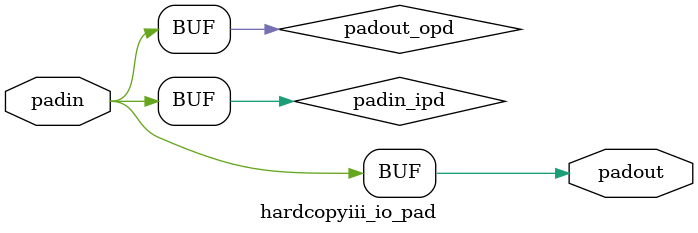
<source format=v>
module hardcopyiii_io_pad ( 
		      padin, 
                      padout
	            );
parameter lpm_type = "hardcopyiii_io_pad";
input padin; 
output padout;
wire padin_ipd;
wire padout_opd;
buf padin_buf  (padin_ipd,padin);
assign padout_opd = padin_ipd;
buf padout_buf (padout, padout_opd);
endmodule
</source>
